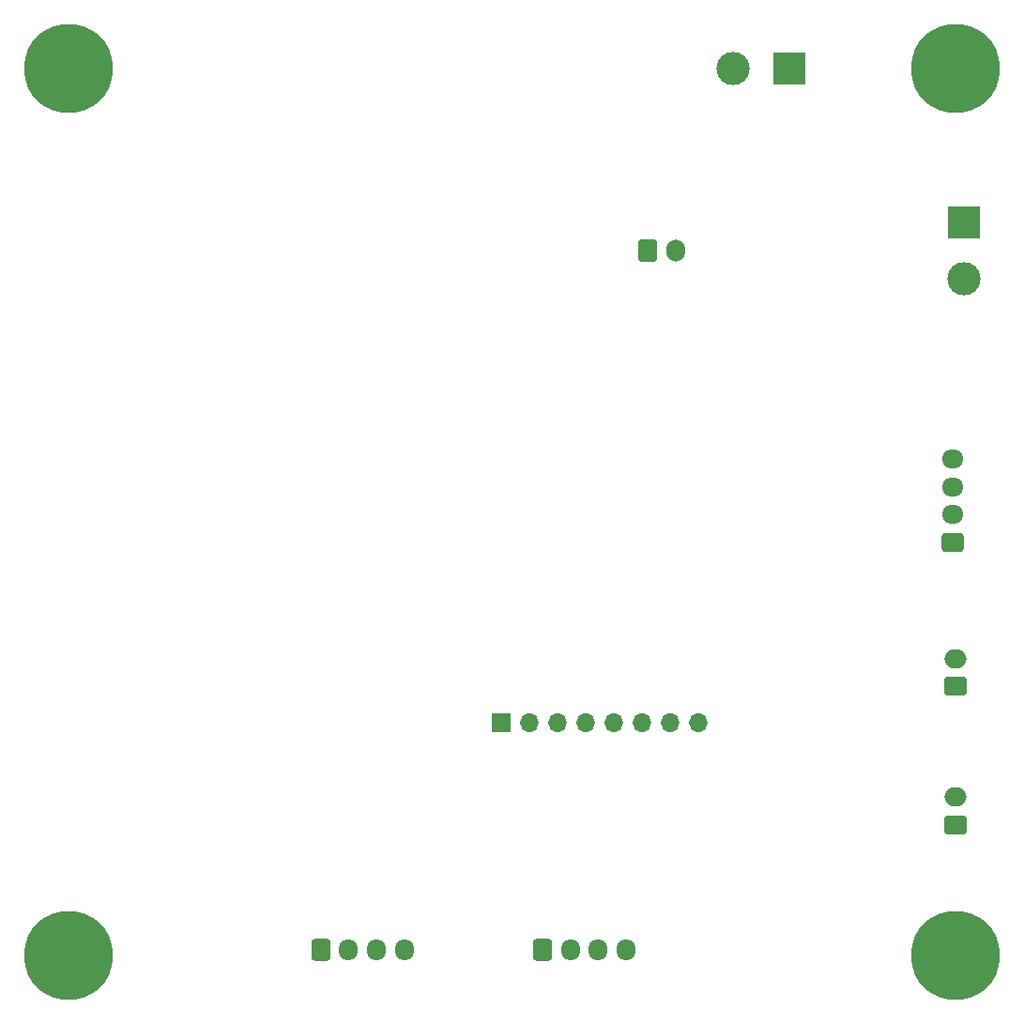
<source format=gbr>
%TF.GenerationSoftware,KiCad,Pcbnew,6.0.11-2627ca5db0~126~ubuntu22.04.1*%
%TF.CreationDate,2023-04-10T19:38:19+02:00*%
%TF.ProjectId,Slicor_carte_v_rin,536c6963-6f72-45f6-9361-7274655f76e9,rev?*%
%TF.SameCoordinates,Original*%
%TF.FileFunction,Soldermask,Bot*%
%TF.FilePolarity,Negative*%
%FSLAX46Y46*%
G04 Gerber Fmt 4.6, Leading zero omitted, Abs format (unit mm)*
G04 Created by KiCad (PCBNEW 6.0.11-2627ca5db0~126~ubuntu22.04.1) date 2023-04-10 19:38:19*
%MOMM*%
%LPD*%
G01*
G04 APERTURE LIST*
G04 Aperture macros list*
%AMRoundRect*
0 Rectangle with rounded corners*
0 $1 Rounding radius*
0 $2 $3 $4 $5 $6 $7 $8 $9 X,Y pos of 4 corners*
0 Add a 4 corners polygon primitive as box body*
4,1,4,$2,$3,$4,$5,$6,$7,$8,$9,$2,$3,0*
0 Add four circle primitives for the rounded corners*
1,1,$1+$1,$2,$3*
1,1,$1+$1,$4,$5*
1,1,$1+$1,$6,$7*
1,1,$1+$1,$8,$9*
0 Add four rect primitives between the rounded corners*
20,1,$1+$1,$2,$3,$4,$5,0*
20,1,$1+$1,$4,$5,$6,$7,0*
20,1,$1+$1,$6,$7,$8,$9,0*
20,1,$1+$1,$8,$9,$2,$3,0*%
G04 Aperture macros list end*
%ADD10RoundRect,0.250000X0.750000X-0.600000X0.750000X0.600000X-0.750000X0.600000X-0.750000X-0.600000X0*%
%ADD11O,2.000000X1.700000*%
%ADD12RoundRect,0.250000X0.725000X-0.600000X0.725000X0.600000X-0.725000X0.600000X-0.725000X-0.600000X0*%
%ADD13O,1.950000X1.700000*%
%ADD14C,0.900000*%
%ADD15C,8.000000*%
%ADD16R,3.000000X3.000000*%
%ADD17C,3.000000*%
%ADD18RoundRect,0.250000X-0.600000X-0.750000X0.600000X-0.750000X0.600000X0.750000X-0.600000X0.750000X0*%
%ADD19O,1.700000X2.000000*%
%ADD20RoundRect,0.250000X-0.600000X-0.725000X0.600000X-0.725000X0.600000X0.725000X-0.600000X0.725000X0*%
%ADD21O,1.700000X1.950000*%
%ADD22R,1.700000X1.700000*%
%ADD23O,1.700000X1.700000*%
G04 APERTURE END LIST*
D10*
%TO.C,J9*%
X140000000Y-115750000D03*
D11*
X140000000Y-113250000D03*
%TD*%
D10*
%TO.C,J8*%
X140000000Y-128250000D03*
D11*
X140000000Y-125750000D03*
%TD*%
D12*
%TO.C,J5*%
X139750000Y-102750000D03*
D13*
X139750000Y-100250000D03*
X139750000Y-97750000D03*
X139750000Y-95250000D03*
%TD*%
D14*
%TO.C,H2*%
X57878680Y-142121320D03*
X62121320Y-137878680D03*
X63000000Y-140000000D03*
X60000000Y-137000000D03*
X57000000Y-140000000D03*
X62121320Y-142121320D03*
X60000000Y-143000000D03*
X57878680Y-137878680D03*
D15*
X60000000Y-140000000D03*
%TD*%
D16*
%TO.C,J1*%
X125000000Y-60000000D03*
D17*
X119920000Y-60000000D03*
%TD*%
D14*
%TO.C,H4*%
X142121320Y-62121320D03*
X143000000Y-60000000D03*
X137878680Y-62121320D03*
D15*
X140000000Y-60000000D03*
D14*
X140000000Y-63000000D03*
X140000000Y-57000000D03*
X142121320Y-57878680D03*
X137000000Y-60000000D03*
X137878680Y-57878680D03*
%TD*%
D18*
%TO.C,J3*%
X112250000Y-76475000D03*
D19*
X114750000Y-76475000D03*
%TD*%
D20*
%TO.C,J7*%
X82750000Y-139475000D03*
D21*
X85250000Y-139475000D03*
X87750000Y-139475000D03*
X90250000Y-139475000D03*
%TD*%
D16*
%TO.C,J2*%
X140750000Y-73920000D03*
D17*
X140750000Y-79000000D03*
%TD*%
D20*
%TO.C,J6*%
X102750000Y-139475000D03*
D21*
X105250000Y-139475000D03*
X107750000Y-139475000D03*
X110250000Y-139475000D03*
%TD*%
D14*
%TO.C,H1*%
X57878680Y-57878680D03*
X62121320Y-57878680D03*
X62121320Y-62121320D03*
X60000000Y-63000000D03*
X63000000Y-60000000D03*
X57000000Y-60000000D03*
X60000000Y-57000000D03*
D15*
X60000000Y-60000000D03*
D14*
X57878680Y-62121320D03*
%TD*%
D22*
%TO.C,J4*%
X99050000Y-119000000D03*
D23*
X101590000Y-119000000D03*
X104130000Y-119000000D03*
X106670000Y-119000000D03*
X109210000Y-119000000D03*
X111750000Y-119000000D03*
X114290000Y-119000000D03*
X116830000Y-119000000D03*
%TD*%
D14*
%TO.C,H3*%
X137000000Y-140000000D03*
X142121320Y-142121320D03*
X137878680Y-137878680D03*
X140000000Y-137000000D03*
D15*
X140000000Y-140000000D03*
D14*
X142121320Y-137878680D03*
X137878680Y-142121320D03*
X143000000Y-140000000D03*
X140000000Y-143000000D03*
%TD*%
M02*

</source>
